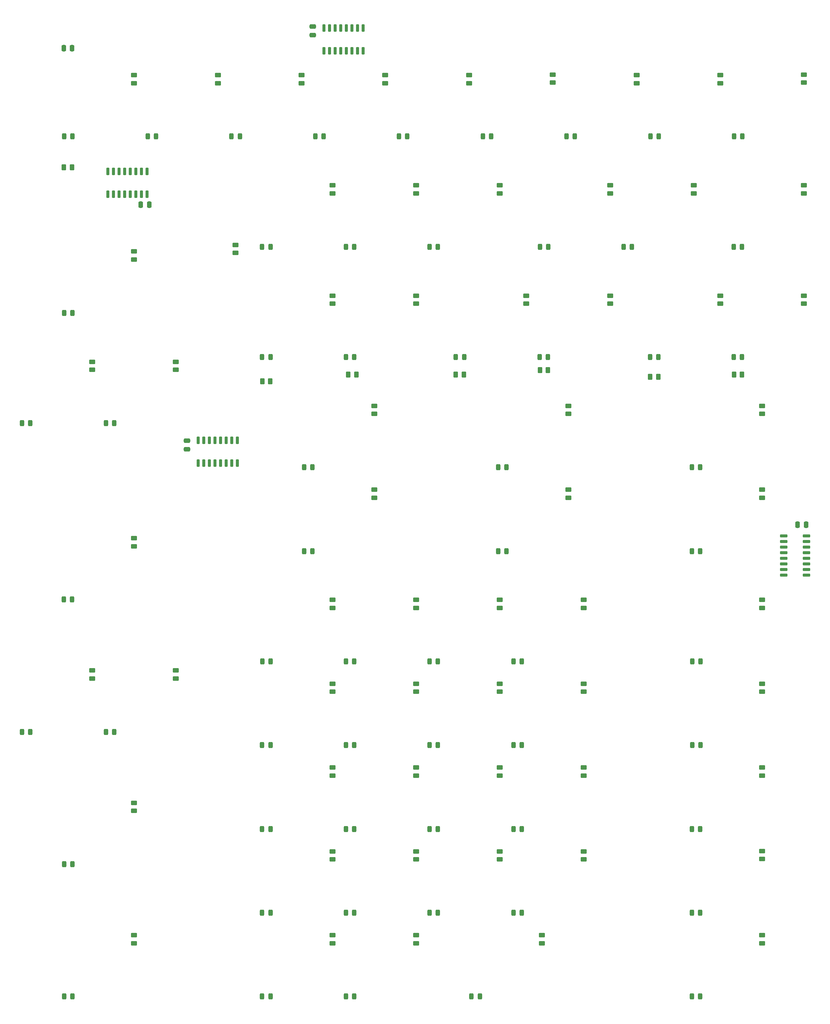
<source format=gtp>
G04 #@! TF.GenerationSoftware,KiCad,Pcbnew,8.0.4*
G04 #@! TF.CreationDate,2024-09-21T20:50:24+02:00*
G04 #@! TF.ProjectId,Keyboard,4b657962-6f61-4726-942e-6b696361645f,rev?*
G04 #@! TF.SameCoordinates,Original*
G04 #@! TF.FileFunction,Paste,Top*
G04 #@! TF.FilePolarity,Positive*
%FSLAX46Y46*%
G04 Gerber Fmt 4.6, Leading zero omitted, Abs format (unit mm)*
G04 Created by KiCad (PCBNEW 8.0.4) date 2024-09-21 20:50:24*
%MOMM*%
%LPD*%
G01*
G04 APERTURE LIST*
G04 Aperture macros list*
%AMRoundRect*
0 Rectangle with rounded corners*
0 $1 Rounding radius*
0 $2 $3 $4 $5 $6 $7 $8 $9 X,Y pos of 4 corners*
0 Add a 4 corners polygon primitive as box body*
4,1,4,$2,$3,$4,$5,$6,$7,$8,$9,$2,$3,0*
0 Add four circle primitives for the rounded corners*
1,1,$1+$1,$2,$3*
1,1,$1+$1,$4,$5*
1,1,$1+$1,$6,$7*
1,1,$1+$1,$8,$9*
0 Add four rect primitives between the rounded corners*
20,1,$1+$1,$2,$3,$4,$5,0*
20,1,$1+$1,$4,$5,$6,$7,0*
20,1,$1+$1,$6,$7,$8,$9,0*
20,1,$1+$1,$8,$9,$2,$3,0*%
G04 Aperture macros list end*
%ADD10RoundRect,0.250000X-0.450000X0.262500X-0.450000X-0.262500X0.450000X-0.262500X0.450000X0.262500X0*%
%ADD11RoundRect,0.150000X-0.150000X0.725000X-0.150000X-0.725000X0.150000X-0.725000X0.150000X0.725000X0*%
%ADD12RoundRect,0.150000X0.150000X-0.725000X0.150000X0.725000X-0.150000X0.725000X-0.150000X-0.725000X0*%
%ADD13RoundRect,0.150000X-0.725000X-0.150000X0.725000X-0.150000X0.725000X0.150000X-0.725000X0.150000X0*%
%ADD14RoundRect,0.250000X0.262500X0.450000X-0.262500X0.450000X-0.262500X-0.450000X0.262500X-0.450000X0*%
%ADD15RoundRect,0.250000X0.450000X-0.262500X0.450000X0.262500X-0.450000X0.262500X-0.450000X-0.262500X0*%
%ADD16RoundRect,0.243750X-0.243750X-0.456250X0.243750X-0.456250X0.243750X0.456250X-0.243750X0.456250X0*%
%ADD17RoundRect,0.250000X-0.250000X-0.475000X0.250000X-0.475000X0.250000X0.475000X-0.250000X0.475000X0*%
%ADD18RoundRect,0.250000X0.250000X0.475000X-0.250000X0.475000X-0.250000X-0.475000X0.250000X-0.475000X0*%
%ADD19RoundRect,0.250000X-0.475000X0.250000X-0.475000X-0.250000X0.475000X-0.250000X0.475000X0.250000X0*%
G04 APERTURE END LIST*
D10*
X95000000Y22912500D03*
X95000000Y21087500D03*
X76000000Y22912500D03*
X76000000Y21087500D03*
X173500000Y40175000D03*
X173500000Y42000000D03*
X40500000Y82912500D03*
X40500000Y81087500D03*
D11*
X33945000Y196075000D03*
X32675000Y196075000D03*
X31405000Y196075000D03*
X30135000Y196075000D03*
X28865000Y196075000D03*
X27595000Y196075000D03*
X26325000Y196075000D03*
X25055000Y196075000D03*
X25055000Y190925000D03*
X26325000Y190925000D03*
X27595000Y190925000D03*
X28865000Y190925000D03*
X30135000Y190925000D03*
X31405000Y190925000D03*
X32675000Y190925000D03*
X33945000Y190925000D03*
D12*
X45555000Y129925000D03*
X46825000Y129925000D03*
X48095000Y129925000D03*
X49365000Y129925000D03*
X50635000Y129925000D03*
X51905000Y129925000D03*
X53175000Y129925000D03*
X54445000Y129925000D03*
X54445000Y135075000D03*
X53175000Y135075000D03*
X51905000Y135075000D03*
X50635000Y135075000D03*
X49365000Y135075000D03*
X48095000Y135075000D03*
X46825000Y135075000D03*
X45555000Y135075000D03*
D13*
X178425000Y113445000D03*
X178425000Y112175000D03*
X178425000Y110905000D03*
X178425000Y109635000D03*
X178425000Y108365000D03*
X178425000Y107095000D03*
X178425000Y105825000D03*
X178425000Y104555000D03*
X183575000Y104555000D03*
X183575000Y105825000D03*
X183575000Y107095000D03*
X183575000Y108365000D03*
X183575000Y109635000D03*
X183575000Y110905000D03*
X183575000Y112175000D03*
X183575000Y113445000D03*
D12*
X74055000Y223425000D03*
X75325000Y223425000D03*
X76595000Y223425000D03*
X77865000Y223425000D03*
X79135000Y223425000D03*
X80405000Y223425000D03*
X81675000Y223425000D03*
X82945000Y223425000D03*
X82945000Y228575000D03*
X81675000Y228575000D03*
X80405000Y228575000D03*
X79135000Y228575000D03*
X77865000Y228575000D03*
X76595000Y228575000D03*
X75325000Y228575000D03*
X74055000Y228575000D03*
D14*
X16912500Y197000000D03*
X15087500Y197000000D03*
D15*
X54000000Y177587500D03*
X54000000Y179412500D03*
D14*
X61912500Y148500000D03*
X60087500Y148500000D03*
X81412500Y150000000D03*
X79587500Y150000000D03*
X105825000Y150000000D03*
X104000000Y150000000D03*
X124912500Y151000000D03*
X123087500Y151000000D03*
X149912500Y149500000D03*
X148087500Y149500000D03*
X168912500Y150000000D03*
X167087500Y150000000D03*
D10*
X173500000Y22912500D03*
X173500000Y21087500D03*
X123500000Y22912500D03*
X123500000Y21087500D03*
X133000000Y41912500D03*
X133000000Y40087500D03*
X114000000Y41912500D03*
X114000000Y40087500D03*
X95000000Y41912500D03*
X95000000Y40087500D03*
X76000000Y41912500D03*
X76000000Y40087500D03*
X173500000Y60912500D03*
X173500000Y59087500D03*
X133000000Y60912500D03*
X133000000Y59087500D03*
X114000000Y60912500D03*
X114000000Y59087500D03*
X95000000Y60912500D03*
X95000000Y59087500D03*
X76000000Y60912500D03*
X76000000Y59087500D03*
X173500000Y79912500D03*
X173500000Y78087500D03*
X133000000Y79912500D03*
X133000000Y78087500D03*
X114000000Y79912500D03*
X114000000Y78087500D03*
X95000000Y79912500D03*
X95000000Y78087500D03*
X76000000Y79912500D03*
X76000000Y78087500D03*
X31000000Y22912500D03*
X31000000Y21087500D03*
X31000000Y52912500D03*
X31000000Y51087500D03*
X173500000Y98912500D03*
X173500000Y97087500D03*
X133000000Y98912500D03*
X133000000Y97087500D03*
X114000000Y98912500D03*
X114000000Y97087500D03*
X95000000Y98912500D03*
X95000000Y97087500D03*
X76000000Y98912500D03*
X76000000Y97087500D03*
X21500000Y82912500D03*
X21500000Y81087500D03*
X173500000Y123912500D03*
X173500000Y122087500D03*
X173500000Y142912500D03*
X173500000Y141087500D03*
X129500000Y123912500D03*
X129500000Y122087500D03*
X129500000Y142912500D03*
X129500000Y141087500D03*
X85500000Y123912500D03*
X85500000Y122087500D03*
X85500000Y142912500D03*
X85500000Y141087500D03*
X31000000Y112912500D03*
X31000000Y111087500D03*
X183000000Y167912500D03*
X183000000Y166087500D03*
X164000000Y167912500D03*
X164000000Y166087500D03*
X139000000Y167912500D03*
X139000000Y166087500D03*
X120000000Y167912500D03*
X120000000Y166087500D03*
X95000000Y167912500D03*
X95000000Y166087500D03*
X76000000Y167912500D03*
X76000000Y166087500D03*
X40500000Y152912500D03*
X40500000Y151087500D03*
X21500000Y152912500D03*
X21500000Y151087500D03*
X183000000Y218000000D03*
X183000000Y216175000D03*
X183000000Y192912500D03*
X183000000Y191087500D03*
X158000000Y192912500D03*
X158000000Y191087500D03*
X139000000Y192912500D03*
X139000000Y191087500D03*
X114000000Y192912500D03*
X114000000Y191087500D03*
X95000000Y192912500D03*
X95000000Y191087500D03*
X76000000Y192912500D03*
X76000000Y191087500D03*
X31000000Y177912500D03*
X31000000Y176087500D03*
X164000000Y217912500D03*
X164000000Y216087500D03*
X145000000Y217912500D03*
X145000000Y216087500D03*
X126000000Y218000000D03*
X126000000Y216175000D03*
X107000000Y217912500D03*
X107000000Y216087500D03*
X88000000Y217912500D03*
X88000000Y216087500D03*
X69000000Y217912500D03*
X69000000Y216087500D03*
X50000000Y217912500D03*
X50000000Y216087500D03*
X31000000Y217912500D03*
X31000000Y216087500D03*
D16*
X157562500Y9000000D03*
X159437500Y9000000D03*
X107562500Y9000000D03*
X109437500Y9000000D03*
X117062500Y28000000D03*
X118937500Y28000000D03*
X98062500Y28000000D03*
X99937500Y28000000D03*
X79062500Y28000000D03*
X80937500Y28000000D03*
X60062500Y28000000D03*
X61937500Y28000000D03*
X79062500Y9000000D03*
X80937500Y9000000D03*
X60062500Y9000000D03*
X61937500Y9000000D03*
X157562500Y28000000D03*
X159437500Y28000000D03*
X157562500Y47000000D03*
X159437500Y47000000D03*
X117062500Y47000000D03*
X118937500Y47000000D03*
X98062500Y47000000D03*
X99937500Y47000000D03*
X79062500Y47000000D03*
X80937500Y47000000D03*
X60062500Y47000000D03*
X61937500Y47000000D03*
X157625000Y66000000D03*
X159500000Y66000000D03*
X117062500Y66000000D03*
X118937500Y66000000D03*
X98062500Y66000000D03*
X99937500Y66000000D03*
X79062500Y66000000D03*
X80937500Y66000000D03*
X60062500Y66000000D03*
X61937500Y66000000D03*
X17000000Y9000000D03*
X15125000Y9000000D03*
X17000000Y39000000D03*
X15125000Y39000000D03*
X157625000Y85000000D03*
X159500000Y85000000D03*
X117062500Y85000000D03*
X118937500Y85000000D03*
X98062500Y85000000D03*
X99937500Y85000000D03*
X79062500Y85000000D03*
X80937500Y85000000D03*
X60125000Y85000000D03*
X62000000Y85000000D03*
X24625000Y69000000D03*
X26500000Y69000000D03*
X5562500Y69000000D03*
X7437500Y69000000D03*
X157562500Y110000000D03*
X159437500Y110000000D03*
X157562500Y129000000D03*
X159437500Y129000000D03*
X113625000Y110000000D03*
X115500000Y110000000D03*
X113625000Y129000000D03*
X115500000Y129000000D03*
X69562500Y110000000D03*
X71437500Y110000000D03*
X69562500Y129000000D03*
X71437500Y129000000D03*
X15062500Y99000000D03*
X16937500Y99000000D03*
X167062500Y154000000D03*
X168937500Y154000000D03*
X148062500Y154000000D03*
X149937500Y154000000D03*
X123000000Y154000000D03*
X124875000Y154000000D03*
X104000000Y154000000D03*
X105875000Y154000000D03*
X79062500Y154000000D03*
X80937500Y154000000D03*
X60062500Y154000000D03*
X61937500Y154000000D03*
X24625000Y139000000D03*
X26500000Y139000000D03*
X5562500Y139000000D03*
X7437500Y139000000D03*
X167125000Y204000000D03*
X169000000Y204000000D03*
X167062500Y179000000D03*
X168937500Y179000000D03*
X142062500Y179000000D03*
X143937500Y179000000D03*
X123062500Y179000000D03*
X124937500Y179000000D03*
X98062500Y179000000D03*
X99937500Y179000000D03*
X79062500Y179000000D03*
X80937500Y179000000D03*
X60062500Y179000000D03*
X61937500Y179000000D03*
X15125000Y164000000D03*
X17000000Y164000000D03*
X148125000Y204000000D03*
X150000000Y204000000D03*
X129125000Y204000000D03*
X131000000Y204000000D03*
X110125000Y204000000D03*
X112000000Y204000000D03*
X91125000Y204000000D03*
X93000000Y204000000D03*
X72125000Y204000000D03*
X74000000Y204000000D03*
X53125000Y204000000D03*
X55000000Y204000000D03*
X34125000Y204000000D03*
X36000000Y204000000D03*
X15125000Y204000000D03*
X17000000Y204000000D03*
D17*
X15050000Y224000000D03*
X16950000Y224000000D03*
D18*
X34450000Y188500000D03*
X32550000Y188500000D03*
D19*
X43000000Y135000000D03*
X43000000Y133100000D03*
D18*
X183450000Y116000000D03*
X181550000Y116000000D03*
D19*
X71500000Y228900000D03*
X71500000Y227000000D03*
M02*

</source>
